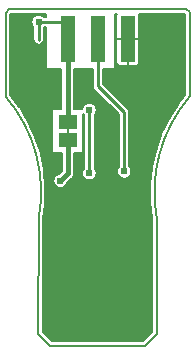
<source format=gbr>
%TF.GenerationSoftware,KiCad,Pcbnew,5.1.6-c6e7f7d~86~ubuntu18.04.1*%
%TF.CreationDate,2020-06-11T10:44:15+02:00*%
%TF.ProjectId,AVR_ISP_With_POGO_Pin,4156525f-4953-4505-9f57-6974685f504f,rev?*%
%TF.SameCoordinates,PX80efd00PY76109c0*%
%TF.FileFunction,Copper,L2,Bot*%
%TF.FilePolarity,Positive*%
%FSLAX46Y46*%
G04 Gerber Fmt 4.6, Leading zero omitted, Abs format (unit mm)*
G04 Created by KiCad (PCBNEW 5.1.6-c6e7f7d~86~ubuntu18.04.1) date 2020-06-11 10:44:15*
%MOMM*%
%LPD*%
G01*
G04 APERTURE LIST*
%TA.AperFunction,Profile*%
%ADD10C,0.150000*%
%TD*%
%TA.AperFunction,SMDPad,CuDef*%
%ADD11R,1.600200X1.168400*%
%TD*%
%TA.AperFunction,SMDPad,CuDef*%
%ADD12R,1.300000X4.000000*%
%TD*%
%TA.AperFunction,ViaPad*%
%ADD13C,0.609600*%
%TD*%
%TA.AperFunction,Conductor*%
%ADD14C,0.457200*%
%TD*%
%TA.AperFunction,Conductor*%
%ADD15C,0.152400*%
%TD*%
%TA.AperFunction,Conductor*%
%ADD16C,0.254000*%
%TD*%
%TA.AperFunction,Conductor*%
%ADD17C,0.203200*%
%TD*%
G04 APERTURE END LIST*
D10*
X2780000Y1020000D02*
X3800000Y0D01*
X2802713Y10749714D02*
X2780000Y1020000D01*
X15600000Y28210000D02*
X15300000Y28500000D01*
X15602763Y21102606D02*
X15600000Y28210000D01*
X300000Y28500000D02*
X0Y28200000D01*
X15300000Y28500000D02*
X300000Y28500000D01*
X15602763Y21102605D02*
G75*
G03*
X12800000Y10800000I9447237J-8102605D01*
G01*
X2802713Y10749714D02*
G75*
G03*
X0Y21100000I-12202713J2250286D01*
G01*
X11800000Y0D02*
X12800000Y1000000D01*
X11800000Y0D02*
X3800000Y0D01*
X12800000Y10800000D02*
X12800000Y1000000D01*
X0Y21100000D02*
X0Y28200000D01*
D11*
%TO.P,JP1,1*%
%TO.N,/VCC*%
X5300000Y17400000D03*
%TO.P,JP1,2*%
X5300000Y18924000D03*
%TD*%
D12*
%TO.P,P1,4*%
%TO.N,/MOSI*%
X7800000Y26000000D03*
%TO.P,P1,2*%
%TO.N,/VCC*%
X5260000Y26000000D03*
%TO.P,P1,6*%
%TO.N,/GND*%
X10340000Y26000000D03*
%TD*%
D13*
%TO.N,/GND*%
X14500000Y27400000D03*
X1100000Y27400000D03*
X12500000Y17700000D03*
X2794000Y19939000D03*
X3600000Y1700000D03*
X12000000Y1700000D03*
X9300000Y17900000D03*
X6600000Y23000000D03*
%TO.N,/VCC*%
X4650000Y13950000D03*
X2794000Y27400000D03*
%TO.N,/SCK*%
X7100000Y14600018D03*
X7100000Y19950000D03*
%TO.N,/MOSI*%
X10050000Y14750000D03*
%TD*%
D14*
%TO.N,/VCC*%
X5300000Y14600000D02*
X4650000Y13950000D01*
X5260000Y18964000D02*
X5300000Y18924000D01*
X5260000Y26000000D02*
X5260000Y18964000D01*
X5300000Y14600000D02*
X5300000Y17400000D01*
D15*
X5300000Y18924000D02*
X5300000Y17400000D01*
D16*
X5260000Y26871000D02*
X5260000Y26000000D01*
X4826000Y27305000D02*
X5260000Y26871000D01*
X2794000Y25908000D02*
X2794000Y27400000D01*
X5260000Y27400000D02*
X5260000Y26000000D01*
X2794000Y27400000D02*
X5260000Y27400000D01*
%TO.N,/SCK*%
X7100000Y19950000D02*
X7100000Y14600018D01*
%TO.N,/MOSI*%
X7800000Y22000000D02*
X10050000Y19750000D01*
X7800000Y26000000D02*
X7800000Y22000000D01*
X10050000Y19750000D02*
X10050000Y14750000D01*
%TD*%
D17*
%TO.N,/GND*%
G36*
X3454400Y27831800D02*
G01*
X3224306Y27831800D01*
X3182598Y27873508D01*
X3082754Y27940221D01*
X2971814Y27986174D01*
X2854040Y28009600D01*
X2733960Y28009600D01*
X2616186Y27986174D01*
X2505246Y27940221D01*
X2405402Y27873508D01*
X2320492Y27788598D01*
X2253779Y27688754D01*
X2207826Y27577814D01*
X2184400Y27460040D01*
X2184400Y27339960D01*
X2207826Y27222186D01*
X2253779Y27111246D01*
X2320492Y27011402D01*
X2362201Y26969693D01*
X2362200Y25886791D01*
X2368448Y25823353D01*
X2393139Y25741959D01*
X2433234Y25666945D01*
X2487194Y25601194D01*
X2552944Y25547234D01*
X2627958Y25507139D01*
X2709352Y25482448D01*
X2794000Y25474111D01*
X2878647Y25482448D01*
X2960041Y25507139D01*
X3035055Y25547234D01*
X3100806Y25601194D01*
X3154766Y25666944D01*
X3194861Y25741958D01*
X3219552Y25823352D01*
X3225800Y25886790D01*
X3225800Y26968200D01*
X3454400Y26968200D01*
X3454400Y23495000D01*
X3456352Y23475179D01*
X3462134Y23456119D01*
X3471523Y23438554D01*
X3484158Y23423158D01*
X3499554Y23410523D01*
X3517119Y23401134D01*
X3536179Y23395352D01*
X3556000Y23393400D01*
X4726600Y23393400D01*
X4726601Y20040600D01*
X4064000Y20040600D01*
X4044179Y20038648D01*
X4025119Y20032866D01*
X4007554Y20023477D01*
X3992158Y20010842D01*
X3979523Y19995446D01*
X3970134Y19977881D01*
X3964352Y19958821D01*
X3962400Y19939000D01*
X3962400Y16383000D01*
X3964352Y16363179D01*
X3970134Y16344119D01*
X3979523Y16326554D01*
X3992158Y16311158D01*
X4007554Y16298523D01*
X4025119Y16289134D01*
X4044179Y16283352D01*
X4064000Y16281400D01*
X4766601Y16281400D01*
X4766600Y14820941D01*
X4484228Y14538569D01*
X4472186Y14536174D01*
X4361246Y14490221D01*
X4261402Y14423508D01*
X4176492Y14338598D01*
X4109779Y14238754D01*
X4063826Y14127814D01*
X4040400Y14010040D01*
X4040400Y13889960D01*
X4063826Y13772186D01*
X4109779Y13661246D01*
X4176492Y13561402D01*
X4261402Y13476492D01*
X4361246Y13409779D01*
X4472186Y13363826D01*
X4589960Y13340400D01*
X4710040Y13340400D01*
X4827814Y13363826D01*
X4938754Y13409779D01*
X5038598Y13476492D01*
X5123508Y13561402D01*
X5190221Y13661246D01*
X5236174Y13772186D01*
X5238569Y13784228D01*
X5658645Y14204304D01*
X5678995Y14221005D01*
X5745651Y14302225D01*
X5795181Y14394889D01*
X5825681Y14495435D01*
X5833400Y14573805D01*
X5833400Y14573813D01*
X5835979Y14600000D01*
X5833400Y14626187D01*
X5833400Y16281400D01*
X6477000Y16281400D01*
X6496821Y16283352D01*
X6515881Y16289134D01*
X6533446Y16298523D01*
X6548842Y16311158D01*
X6561477Y16326554D01*
X6570866Y16344119D01*
X6576648Y16363179D01*
X6578600Y16383000D01*
X6578600Y19633078D01*
X6626492Y19561402D01*
X6668200Y19519694D01*
X6668201Y15030325D01*
X6626492Y14988616D01*
X6559779Y14888772D01*
X6513826Y14777832D01*
X6490400Y14660058D01*
X6490400Y14539978D01*
X6513826Y14422204D01*
X6559779Y14311264D01*
X6626492Y14211420D01*
X6711402Y14126510D01*
X6811246Y14059797D01*
X6922186Y14013844D01*
X7039960Y13990418D01*
X7160040Y13990418D01*
X7277814Y14013844D01*
X7388754Y14059797D01*
X7488598Y14126510D01*
X7573508Y14211420D01*
X7640221Y14311264D01*
X7686174Y14422204D01*
X7709600Y14539978D01*
X7709600Y14660058D01*
X7686174Y14777832D01*
X7640221Y14888772D01*
X7573508Y14988616D01*
X7531800Y15030324D01*
X7531800Y19519694D01*
X7573508Y19561402D01*
X7640221Y19661246D01*
X7686174Y19772186D01*
X7709600Y19889960D01*
X7709600Y20010040D01*
X7686174Y20127814D01*
X7640221Y20238754D01*
X7573508Y20338598D01*
X7488598Y20423508D01*
X7388754Y20490221D01*
X7277814Y20536174D01*
X7160040Y20559600D01*
X7039960Y20559600D01*
X6922186Y20536174D01*
X6811246Y20490221D01*
X6711402Y20423508D01*
X6626492Y20338598D01*
X6559779Y20238754D01*
X6513826Y20127814D01*
X6496104Y20038719D01*
X6477000Y20040600D01*
X5793400Y20040600D01*
X5793400Y23393400D01*
X7368201Y23393400D01*
X7368201Y22021220D01*
X7366111Y22000000D01*
X7374448Y21915353D01*
X7399140Y21833958D01*
X7439235Y21758944D01*
X7493195Y21693194D01*
X7509674Y21679670D01*
X9618200Y19571143D01*
X9618201Y15180307D01*
X9576492Y15138598D01*
X9509779Y15038754D01*
X9463826Y14927814D01*
X9440400Y14810040D01*
X9440400Y14689960D01*
X9463826Y14572186D01*
X9509779Y14461246D01*
X9576492Y14361402D01*
X9661402Y14276492D01*
X9761246Y14209779D01*
X9872186Y14163826D01*
X9989960Y14140400D01*
X10110040Y14140400D01*
X10227814Y14163826D01*
X10338754Y14209779D01*
X10438598Y14276492D01*
X10523508Y14361402D01*
X10590221Y14461246D01*
X10636174Y14572186D01*
X10659600Y14689960D01*
X10659600Y14810040D01*
X10636174Y14927814D01*
X10590221Y15038754D01*
X10523508Y15138598D01*
X10481800Y15180306D01*
X10481800Y19728790D01*
X10483889Y19750000D01*
X10475552Y19834648D01*
X10450861Y19916042D01*
X10410766Y19991056D01*
X10394528Y20010842D01*
X10356806Y20056806D01*
X10340328Y20070329D01*
X8231800Y22178856D01*
X8231800Y23393400D01*
X9144000Y23393400D01*
X9163821Y23395352D01*
X9182881Y23401134D01*
X9200446Y23410523D01*
X9215842Y23423158D01*
X9228477Y23438554D01*
X9237866Y23456119D01*
X9243648Y23475179D01*
X9245600Y23495000D01*
X9245600Y24000000D01*
X9383725Y24000000D01*
X9389610Y23940249D01*
X9407039Y23882794D01*
X9435342Y23829843D01*
X9473431Y23783431D01*
X9519843Y23745342D01*
X9572794Y23717039D01*
X9630249Y23699610D01*
X9690000Y23693725D01*
X10263750Y23695200D01*
X10339950Y23771400D01*
X10339950Y25999950D01*
X10340050Y25999950D01*
X10340050Y23771400D01*
X10416250Y23695200D01*
X10990000Y23693725D01*
X11049751Y23699610D01*
X11107206Y23717039D01*
X11160157Y23745342D01*
X11206569Y23783431D01*
X11244658Y23829843D01*
X11272961Y23882794D01*
X11290390Y23940249D01*
X11296275Y24000000D01*
X11294800Y25923750D01*
X11218600Y25999950D01*
X10340050Y25999950D01*
X10339950Y25999950D01*
X9461400Y25999950D01*
X9385200Y25923750D01*
X9383725Y24000000D01*
X9245600Y24000000D01*
X9245600Y28120200D01*
X9408639Y28120200D01*
X9407039Y28117206D01*
X9389610Y28059751D01*
X9383725Y28000000D01*
X9385200Y26076250D01*
X9461400Y26000050D01*
X10339950Y26000050D01*
X10339950Y26020050D01*
X10340050Y26020050D01*
X10340050Y26000050D01*
X11218600Y26000050D01*
X11294800Y26076250D01*
X11296275Y28000000D01*
X11290390Y28059751D01*
X11272961Y28117206D01*
X11271361Y28120200D01*
X15146440Y28120200D01*
X15220263Y28048838D01*
X15222913Y21233201D01*
X14595297Y20428982D01*
X14592653Y20425167D01*
X14589677Y20421597D01*
X14572864Y20396967D01*
X13823610Y19201103D01*
X13820411Y19195288D01*
X13816769Y19189748D01*
X13802851Y19163373D01*
X13193790Y17890378D01*
X13191268Y17884235D01*
X13188279Y17878322D01*
X13177456Y17850589D01*
X13177436Y17850540D01*
X13177431Y17850524D01*
X12716397Y16516781D01*
X12714589Y16510401D01*
X12712285Y16504178D01*
X12704672Y16475401D01*
X12704657Y16475348D01*
X12704654Y16475331D01*
X12397569Y15097971D01*
X12396496Y15091430D01*
X12394910Y15084984D01*
X12390603Y15055523D01*
X12390595Y15055475D01*
X12390594Y15055459D01*
X12241402Y13652189D01*
X12241076Y13645559D01*
X12240231Y13638984D01*
X12239287Y13609234D01*
X12239284Y13609177D01*
X12239285Y13609159D01*
X12249909Y12198022D01*
X12250335Y12191403D01*
X12250240Y12184770D01*
X12252669Y12155108D01*
X12252673Y12155046D01*
X12252676Y12155027D01*
X12420200Y10777001D01*
X12420201Y1157319D01*
X11642682Y379800D01*
X3957318Y379800D01*
X3179800Y1157318D01*
X3179800Y10704230D01*
X3342341Y11922587D01*
X3342744Y11927892D01*
X3343596Y11933121D01*
X3345546Y11962879D01*
X3382337Y13369339D01*
X3382134Y13375975D01*
X3382452Y13382596D01*
X3381021Y13412383D01*
X3258360Y14813966D01*
X3257408Y14820533D01*
X3256974Y14827150D01*
X3252189Y14856520D01*
X3252180Y14856585D01*
X3252175Y14856605D01*
X2971643Y16235273D01*
X2969956Y16241682D01*
X2968774Y16248215D01*
X2960678Y16276917D01*
X2525874Y17614986D01*
X2523471Y17621165D01*
X2521558Y17627521D01*
X2510265Y17655122D01*
X1926781Y18935368D01*
X1923689Y18941244D01*
X1921073Y18947333D01*
X1906742Y18973455D01*
X1906729Y18973479D01*
X1906724Y18973487D01*
X1182068Y20179442D01*
X1178333Y20184927D01*
X1175042Y20190685D01*
X1157830Y20215038D01*
X379800Y21228930D01*
X379800Y28042682D01*
X457319Y28120200D01*
X3454400Y28120200D01*
X3454400Y27831800D01*
G37*
X3454400Y27831800D02*
X3224306Y27831800D01*
X3182598Y27873508D01*
X3082754Y27940221D01*
X2971814Y27986174D01*
X2854040Y28009600D01*
X2733960Y28009600D01*
X2616186Y27986174D01*
X2505246Y27940221D01*
X2405402Y27873508D01*
X2320492Y27788598D01*
X2253779Y27688754D01*
X2207826Y27577814D01*
X2184400Y27460040D01*
X2184400Y27339960D01*
X2207826Y27222186D01*
X2253779Y27111246D01*
X2320492Y27011402D01*
X2362201Y26969693D01*
X2362200Y25886791D01*
X2368448Y25823353D01*
X2393139Y25741959D01*
X2433234Y25666945D01*
X2487194Y25601194D01*
X2552944Y25547234D01*
X2627958Y25507139D01*
X2709352Y25482448D01*
X2794000Y25474111D01*
X2878647Y25482448D01*
X2960041Y25507139D01*
X3035055Y25547234D01*
X3100806Y25601194D01*
X3154766Y25666944D01*
X3194861Y25741958D01*
X3219552Y25823352D01*
X3225800Y25886790D01*
X3225800Y26968200D01*
X3454400Y26968200D01*
X3454400Y23495000D01*
X3456352Y23475179D01*
X3462134Y23456119D01*
X3471523Y23438554D01*
X3484158Y23423158D01*
X3499554Y23410523D01*
X3517119Y23401134D01*
X3536179Y23395352D01*
X3556000Y23393400D01*
X4726600Y23393400D01*
X4726601Y20040600D01*
X4064000Y20040600D01*
X4044179Y20038648D01*
X4025119Y20032866D01*
X4007554Y20023477D01*
X3992158Y20010842D01*
X3979523Y19995446D01*
X3970134Y19977881D01*
X3964352Y19958821D01*
X3962400Y19939000D01*
X3962400Y16383000D01*
X3964352Y16363179D01*
X3970134Y16344119D01*
X3979523Y16326554D01*
X3992158Y16311158D01*
X4007554Y16298523D01*
X4025119Y16289134D01*
X4044179Y16283352D01*
X4064000Y16281400D01*
X4766601Y16281400D01*
X4766600Y14820941D01*
X4484228Y14538569D01*
X4472186Y14536174D01*
X4361246Y14490221D01*
X4261402Y14423508D01*
X4176492Y14338598D01*
X4109779Y14238754D01*
X4063826Y14127814D01*
X4040400Y14010040D01*
X4040400Y13889960D01*
X4063826Y13772186D01*
X4109779Y13661246D01*
X4176492Y13561402D01*
X4261402Y13476492D01*
X4361246Y13409779D01*
X4472186Y13363826D01*
X4589960Y13340400D01*
X4710040Y13340400D01*
X4827814Y13363826D01*
X4938754Y13409779D01*
X5038598Y13476492D01*
X5123508Y13561402D01*
X5190221Y13661246D01*
X5236174Y13772186D01*
X5238569Y13784228D01*
X5658645Y14204304D01*
X5678995Y14221005D01*
X5745651Y14302225D01*
X5795181Y14394889D01*
X5825681Y14495435D01*
X5833400Y14573805D01*
X5833400Y14573813D01*
X5835979Y14600000D01*
X5833400Y14626187D01*
X5833400Y16281400D01*
X6477000Y16281400D01*
X6496821Y16283352D01*
X6515881Y16289134D01*
X6533446Y16298523D01*
X6548842Y16311158D01*
X6561477Y16326554D01*
X6570866Y16344119D01*
X6576648Y16363179D01*
X6578600Y16383000D01*
X6578600Y19633078D01*
X6626492Y19561402D01*
X6668200Y19519694D01*
X6668201Y15030325D01*
X6626492Y14988616D01*
X6559779Y14888772D01*
X6513826Y14777832D01*
X6490400Y14660058D01*
X6490400Y14539978D01*
X6513826Y14422204D01*
X6559779Y14311264D01*
X6626492Y14211420D01*
X6711402Y14126510D01*
X6811246Y14059797D01*
X6922186Y14013844D01*
X7039960Y13990418D01*
X7160040Y13990418D01*
X7277814Y14013844D01*
X7388754Y14059797D01*
X7488598Y14126510D01*
X7573508Y14211420D01*
X7640221Y14311264D01*
X7686174Y14422204D01*
X7709600Y14539978D01*
X7709600Y14660058D01*
X7686174Y14777832D01*
X7640221Y14888772D01*
X7573508Y14988616D01*
X7531800Y15030324D01*
X7531800Y19519694D01*
X7573508Y19561402D01*
X7640221Y19661246D01*
X7686174Y19772186D01*
X7709600Y19889960D01*
X7709600Y20010040D01*
X7686174Y20127814D01*
X7640221Y20238754D01*
X7573508Y20338598D01*
X7488598Y20423508D01*
X7388754Y20490221D01*
X7277814Y20536174D01*
X7160040Y20559600D01*
X7039960Y20559600D01*
X6922186Y20536174D01*
X6811246Y20490221D01*
X6711402Y20423508D01*
X6626492Y20338598D01*
X6559779Y20238754D01*
X6513826Y20127814D01*
X6496104Y20038719D01*
X6477000Y20040600D01*
X5793400Y20040600D01*
X5793400Y23393400D01*
X7368201Y23393400D01*
X7368201Y22021220D01*
X7366111Y22000000D01*
X7374448Y21915353D01*
X7399140Y21833958D01*
X7439235Y21758944D01*
X7493195Y21693194D01*
X7509674Y21679670D01*
X9618200Y19571143D01*
X9618201Y15180307D01*
X9576492Y15138598D01*
X9509779Y15038754D01*
X9463826Y14927814D01*
X9440400Y14810040D01*
X9440400Y14689960D01*
X9463826Y14572186D01*
X9509779Y14461246D01*
X9576492Y14361402D01*
X9661402Y14276492D01*
X9761246Y14209779D01*
X9872186Y14163826D01*
X9989960Y14140400D01*
X10110040Y14140400D01*
X10227814Y14163826D01*
X10338754Y14209779D01*
X10438598Y14276492D01*
X10523508Y14361402D01*
X10590221Y14461246D01*
X10636174Y14572186D01*
X10659600Y14689960D01*
X10659600Y14810040D01*
X10636174Y14927814D01*
X10590221Y15038754D01*
X10523508Y15138598D01*
X10481800Y15180306D01*
X10481800Y19728790D01*
X10483889Y19750000D01*
X10475552Y19834648D01*
X10450861Y19916042D01*
X10410766Y19991056D01*
X10394528Y20010842D01*
X10356806Y20056806D01*
X10340328Y20070329D01*
X8231800Y22178856D01*
X8231800Y23393400D01*
X9144000Y23393400D01*
X9163821Y23395352D01*
X9182881Y23401134D01*
X9200446Y23410523D01*
X9215842Y23423158D01*
X9228477Y23438554D01*
X9237866Y23456119D01*
X9243648Y23475179D01*
X9245600Y23495000D01*
X9245600Y24000000D01*
X9383725Y24000000D01*
X9389610Y23940249D01*
X9407039Y23882794D01*
X9435342Y23829843D01*
X9473431Y23783431D01*
X9519843Y23745342D01*
X9572794Y23717039D01*
X9630249Y23699610D01*
X9690000Y23693725D01*
X10263750Y23695200D01*
X10339950Y23771400D01*
X10339950Y25999950D01*
X10340050Y25999950D01*
X10340050Y23771400D01*
X10416250Y23695200D01*
X10990000Y23693725D01*
X11049751Y23699610D01*
X11107206Y23717039D01*
X11160157Y23745342D01*
X11206569Y23783431D01*
X11244658Y23829843D01*
X11272961Y23882794D01*
X11290390Y23940249D01*
X11296275Y24000000D01*
X11294800Y25923750D01*
X11218600Y25999950D01*
X10340050Y25999950D01*
X10339950Y25999950D01*
X9461400Y25999950D01*
X9385200Y25923750D01*
X9383725Y24000000D01*
X9245600Y24000000D01*
X9245600Y28120200D01*
X9408639Y28120200D01*
X9407039Y28117206D01*
X9389610Y28059751D01*
X9383725Y28000000D01*
X9385200Y26076250D01*
X9461400Y26000050D01*
X10339950Y26000050D01*
X10339950Y26020050D01*
X10340050Y26020050D01*
X10340050Y26000050D01*
X11218600Y26000050D01*
X11294800Y26076250D01*
X11296275Y28000000D01*
X11290390Y28059751D01*
X11272961Y28117206D01*
X11271361Y28120200D01*
X15146440Y28120200D01*
X15220263Y28048838D01*
X15222913Y21233201D01*
X14595297Y20428982D01*
X14592653Y20425167D01*
X14589677Y20421597D01*
X14572864Y20396967D01*
X13823610Y19201103D01*
X13820411Y19195288D01*
X13816769Y19189748D01*
X13802851Y19163373D01*
X13193790Y17890378D01*
X13191268Y17884235D01*
X13188279Y17878322D01*
X13177456Y17850589D01*
X13177436Y17850540D01*
X13177431Y17850524D01*
X12716397Y16516781D01*
X12714589Y16510401D01*
X12712285Y16504178D01*
X12704672Y16475401D01*
X12704657Y16475348D01*
X12704654Y16475331D01*
X12397569Y15097971D01*
X12396496Y15091430D01*
X12394910Y15084984D01*
X12390603Y15055523D01*
X12390595Y15055475D01*
X12390594Y15055459D01*
X12241402Y13652189D01*
X12241076Y13645559D01*
X12240231Y13638984D01*
X12239287Y13609234D01*
X12239284Y13609177D01*
X12239285Y13609159D01*
X12249909Y12198022D01*
X12250335Y12191403D01*
X12250240Y12184770D01*
X12252669Y12155108D01*
X12252673Y12155046D01*
X12252676Y12155027D01*
X12420200Y10777001D01*
X12420201Y1157319D01*
X11642682Y379800D01*
X3957318Y379800D01*
X3179800Y1157318D01*
X3179800Y10704230D01*
X3342341Y11922587D01*
X3342744Y11927892D01*
X3343596Y11933121D01*
X3345546Y11962879D01*
X3382337Y13369339D01*
X3382134Y13375975D01*
X3382452Y13382596D01*
X3381021Y13412383D01*
X3258360Y14813966D01*
X3257408Y14820533D01*
X3256974Y14827150D01*
X3252189Y14856520D01*
X3252180Y14856585D01*
X3252175Y14856605D01*
X2971643Y16235273D01*
X2969956Y16241682D01*
X2968774Y16248215D01*
X2960678Y16276917D01*
X2525874Y17614986D01*
X2523471Y17621165D01*
X2521558Y17627521D01*
X2510265Y17655122D01*
X1926781Y18935368D01*
X1923689Y18941244D01*
X1921073Y18947333D01*
X1906742Y18973455D01*
X1906729Y18973479D01*
X1906724Y18973487D01*
X1182068Y20179442D01*
X1178333Y20184927D01*
X1175042Y20190685D01*
X1157830Y20215038D01*
X379800Y21228930D01*
X379800Y28042682D01*
X457319Y28120200D01*
X3454400Y28120200D01*
X3454400Y27831800D01*
%TD*%
M02*

</source>
